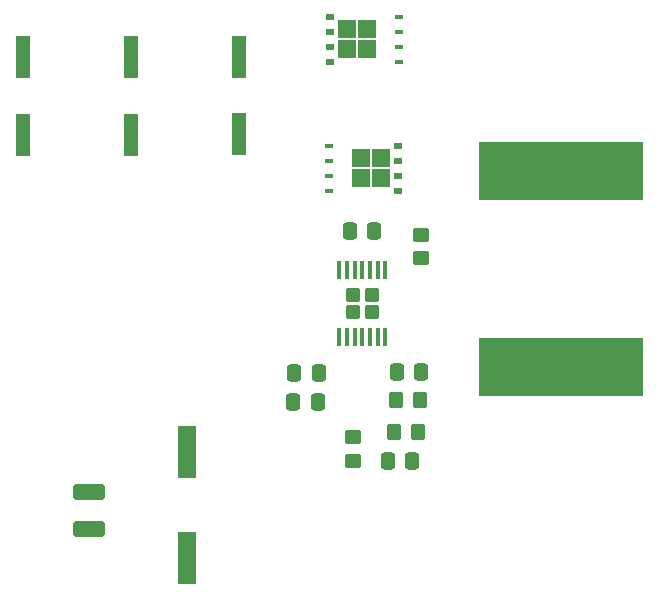
<source format=gtp>
G04 #@! TF.GenerationSoftware,KiCad,Pcbnew,(6.0.9)*
G04 #@! TF.CreationDate,2023-05-15T12:17:08+03:00*
G04 #@! TF.ProjectId,mainboard,6d61696e-626f-4617-9264-2e6b69636164,rev?*
G04 #@! TF.SameCoordinates,Original*
G04 #@! TF.FileFunction,Paste,Top*
G04 #@! TF.FilePolarity,Positive*
%FSLAX46Y46*%
G04 Gerber Fmt 4.6, Leading zero omitted, Abs format (unit mm)*
G04 Created by KiCad (PCBNEW (6.0.9)) date 2023-05-15 12:17:08*
%MOMM*%
%LPD*%
G01*
G04 APERTURE LIST*
G04 Aperture macros list*
%AMRoundRect*
0 Rectangle with rounded corners*
0 $1 Rounding radius*
0 $2 $3 $4 $5 $6 $7 $8 $9 X,Y pos of 4 corners*
0 Add a 4 corners polygon primitive as box body*
4,1,4,$2,$3,$4,$5,$6,$7,$8,$9,$2,$3,0*
0 Add four circle primitives for the rounded corners*
1,1,$1+$1,$2,$3*
1,1,$1+$1,$4,$5*
1,1,$1+$1,$6,$7*
1,1,$1+$1,$8,$9*
0 Add four rect primitives between the rounded corners*
20,1,$1+$1,$2,$3,$4,$5,0*
20,1,$1+$1,$4,$5,$6,$7,0*
20,1,$1+$1,$6,$7,$8,$9,0*
20,1,$1+$1,$8,$9,$2,$3,0*%
G04 Aperture macros list end*
%ADD10RoundRect,0.250000X0.337500X0.475000X-0.337500X0.475000X-0.337500X-0.475000X0.337500X-0.475000X0*%
%ADD11RoundRect,0.250000X1.100000X-0.412500X1.100000X0.412500X-1.100000X0.412500X-1.100000X-0.412500X0*%
%ADD12R,1.260000X3.610000*%
%ADD13R,1.650000X4.500000*%
%ADD14RoundRect,0.250000X-0.337500X-0.475000X0.337500X-0.475000X0.337500X0.475000X-0.337500X0.475000X0*%
%ADD15RoundRect,0.250000X-0.450000X0.350000X-0.450000X-0.350000X0.450000X-0.350000X0.450000X0.350000X0*%
%ADD16RoundRect,0.250001X0.374999X-0.354999X0.374999X0.354999X-0.374999X0.354999X-0.374999X-0.354999X0*%
%ADD17RoundRect,0.100000X0.100000X-0.687500X0.100000X0.687500X-0.100000X0.687500X-0.100000X-0.687500X0*%
%ADD18R,1.500000X1.500000*%
%ADD19R,0.750000X0.500000*%
%ADD20R,0.750000X0.400000*%
%ADD21RoundRect,0.250000X-0.350000X-0.450000X0.350000X-0.450000X0.350000X0.450000X-0.350000X0.450000X0*%
%ADD22RoundRect,0.250000X0.350000X0.450000X-0.350000X0.450000X-0.350000X-0.450000X0.350000X-0.450000X0*%
%ADD23R,14.000000X5.000000*%
G04 APERTURE END LIST*
D10*
X47846042Y-144124106D03*
X45771042Y-144124106D03*
D11*
X28408542Y-157375000D03*
X28408542Y-154250000D03*
D12*
X41068542Y-117349106D03*
X41068542Y-123939106D03*
D13*
X36658542Y-159814106D03*
X36658542Y-150814106D03*
D14*
X50471042Y-132134106D03*
X52546042Y-132134106D03*
D15*
X56528542Y-132434106D03*
X56528542Y-134434106D03*
D12*
X22818542Y-117414106D03*
X22818542Y-124004106D03*
D15*
X50728542Y-149564106D03*
X50728542Y-151564106D03*
D16*
X50763542Y-137514106D03*
X52313542Y-137514106D03*
X52313542Y-139014106D03*
X50763542Y-139014106D03*
D17*
X49588542Y-141126606D03*
X50238542Y-141126606D03*
X50888542Y-141126606D03*
X51538542Y-141126606D03*
X52188542Y-141126606D03*
X52838542Y-141126606D03*
X53488542Y-141126606D03*
X53488542Y-135401606D03*
X52838542Y-135401606D03*
X52188542Y-135401606D03*
X51538542Y-135401606D03*
X50888542Y-135401606D03*
X50238542Y-135401606D03*
X49588542Y-135401606D03*
D14*
X54441042Y-144014106D03*
X56516042Y-144014106D03*
D12*
X31958542Y-117389106D03*
X31958542Y-123979106D03*
D18*
X51938542Y-115044106D03*
X50238542Y-115044106D03*
D19*
X48833542Y-117799106D03*
D18*
X51938542Y-116744106D03*
X50238542Y-116744106D03*
D19*
X48833542Y-113989106D03*
X48833542Y-116529106D03*
X48833542Y-115259106D03*
D20*
X54638542Y-117799106D03*
X54638542Y-116529106D03*
X54638542Y-115259106D03*
X54638542Y-113989106D03*
D18*
X51428542Y-127654106D03*
X53128542Y-125954106D03*
D19*
X54533542Y-127439106D03*
D18*
X51428542Y-125954106D03*
D19*
X54533542Y-124899106D03*
X54533542Y-126169106D03*
X54533542Y-128709106D03*
D18*
X53128542Y-127654106D03*
D20*
X48728542Y-124899106D03*
X48728542Y-126169106D03*
X48728542Y-127439106D03*
X48728542Y-128709106D03*
D21*
X54378542Y-146444106D03*
X56378542Y-146444106D03*
D10*
X55766042Y-151624106D03*
X53691042Y-151624106D03*
X47776042Y-146604106D03*
X45701042Y-146604106D03*
D22*
X56228542Y-149144106D03*
X54228542Y-149144106D03*
D23*
X68348542Y-127024106D03*
X68348542Y-143624106D03*
M02*

</source>
